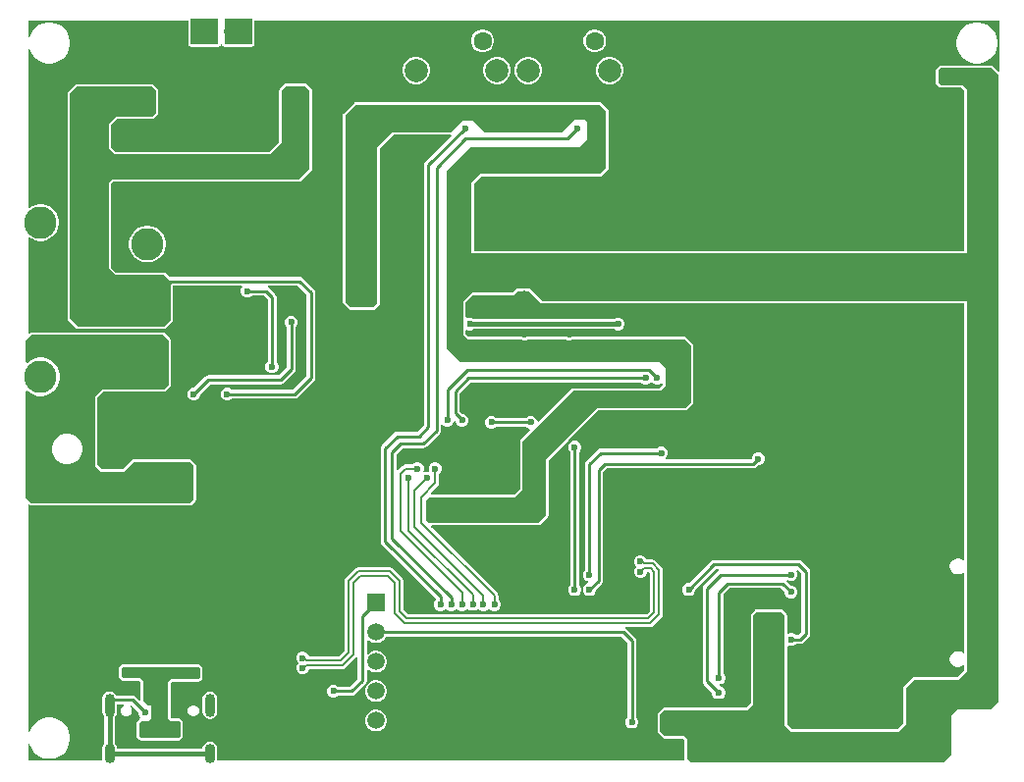
<source format=gbl>
G04*
G04 #@! TF.GenerationSoftware,Altium Limited,Altium Designer,23.1.1 (15)*
G04*
G04 Layer_Physical_Order=2*
G04 Layer_Color=16711680*
%FSLAX25Y25*%
%MOIN*%
G70*
G04*
G04 #@! TF.SameCoordinates,D44E4BA0-DF0F-404E-B2C4-BA9F40E5660F*
G04*
G04*
G04 #@! TF.FilePolarity,Positive*
G04*
G01*
G75*
%ADD15C,0.01000*%
%ADD16C,0.00600*%
%ADD18C,0.00800*%
%ADD135C,0.01500*%
%ADD161O,0.03543X0.06693*%
%ADD162O,0.03543X0.07874*%
%ADD163R,0.05906X0.05906*%
%ADD164C,0.05906*%
%ADD165C,0.07874*%
%ADD166C,0.06299*%
%ADD167R,0.07874X0.07874*%
%ADD168R,0.05906X0.11811*%
%ADD169R,0.11811X0.05906*%
%ADD170C,0.11024*%
%ADD171C,0.02362*%
%ADD172R,0.09275X0.08900*%
%ADD173R,0.10700X0.49600*%
G36*
X332400Y236607D02*
X331938Y236416D01*
X330277Y238077D01*
X330277Y238077D01*
X330012Y238254D01*
X329700Y238316D01*
X329700Y238316D01*
X312500D01*
X312188Y238254D01*
X311923Y238077D01*
X311923Y238077D01*
X311023Y237177D01*
X310846Y236912D01*
X310784Y236600D01*
X310784Y236600D01*
Y232500D01*
X310784Y232500D01*
X310846Y232188D01*
X311023Y231923D01*
X311823Y231123D01*
X312088Y230946D01*
X312400Y230884D01*
X312400Y230884D01*
X316627Y230884D01*
X316627Y230884D01*
X316627Y230884D01*
X316708Y230901D01*
X317492D01*
X317573Y230884D01*
X317573Y230884D01*
X317573Y230884D01*
X319562D01*
X320584Y229862D01*
Y175416D01*
X154016D01*
Y198362D01*
X156338Y200684D01*
X196900D01*
X196900Y200684D01*
X197212Y200746D01*
X197477Y200923D01*
X197477Y200923D01*
X199477Y202923D01*
X199654Y203188D01*
X199716Y203500D01*
X199716Y203500D01*
Y223081D01*
X199716Y223081D01*
X199654Y223393D01*
X199477Y223657D01*
X199477Y223657D01*
X197458Y225677D01*
X197193Y225854D01*
X196881Y225916D01*
X196881Y225916D01*
X113900D01*
X113588Y225854D01*
X113323Y225677D01*
X113323Y225677D01*
X109723Y222077D01*
X109723Y222077D01*
X109546Y221812D01*
X109484Y221500D01*
X109484Y221500D01*
Y158100D01*
X109484Y158100D01*
X109546Y157788D01*
X109723Y157523D01*
X109723Y157523D01*
X111623Y155623D01*
X111888Y155446D01*
X112200Y155384D01*
X112200Y155384D01*
X119900D01*
X119900Y155384D01*
X120212Y155446D01*
X120477Y155623D01*
X120477Y155623D01*
X121777Y156923D01*
X121954Y157188D01*
X122016Y157500D01*
X122016Y157500D01*
Y210162D01*
X126838Y214984D01*
X144559D01*
X144670Y214939D01*
X145537D01*
X145648Y214984D01*
X146098D01*
X146260Y214740D01*
X146319Y214498D01*
X137430Y205609D01*
X137099Y205113D01*
X136982Y204528D01*
Y116153D01*
X134759Y113929D01*
X127959D01*
X127374Y113813D01*
X126877Y113481D01*
X122737Y109341D01*
X122406Y108845D01*
X122289Y108260D01*
Y76670D01*
X122406Y76085D01*
X122737Y75588D01*
X141071Y57255D01*
Y56855D01*
X140751Y56536D01*
X140419Y55734D01*
Y54866D01*
X140751Y54065D01*
X141365Y53451D01*
X142166Y53119D01*
X143034D01*
X143835Y53451D01*
X144123Y53739D01*
X144450Y54063D01*
X144777Y53739D01*
X145064Y53451D01*
X145866Y53119D01*
X146734D01*
X147536Y53451D01*
X147823Y53739D01*
X148150Y54063D01*
X148477Y53739D01*
X148765Y53451D01*
X149566Y53119D01*
X150434D01*
X151235Y53451D01*
X151829Y54045D01*
X152404Y53470D01*
X153205Y53138D01*
X154073D01*
X154875Y53470D01*
X155430Y54025D01*
X156004Y53451D01*
X156805Y53119D01*
X157673D01*
X158475Y53451D01*
X158763Y53739D01*
X159089Y54063D01*
X159416Y53739D01*
X159704Y53451D01*
X160505Y53119D01*
X161373D01*
X162175Y53451D01*
X162788Y54065D01*
X163120Y54866D01*
Y55734D01*
X162788Y56536D01*
X162367Y56957D01*
Y58180D01*
X162367Y58180D01*
X162258Y58727D01*
X161949Y59190D01*
X161949Y59190D01*
X139416Y81722D01*
X139607Y82184D01*
X175900D01*
X175900Y82184D01*
X176212Y82246D01*
X176477Y82423D01*
X176477Y82423D01*
X179077Y85023D01*
X179254Y85288D01*
X179316Y85600D01*
X179316Y85600D01*
Y104362D01*
X185283Y110329D01*
X185336Y110351D01*
X185949Y110965D01*
X185971Y111017D01*
X196238Y121284D01*
X225900D01*
X226212Y121346D01*
X226477Y121523D01*
X226477Y121523D01*
X228177Y123223D01*
X228354Y123488D01*
X228416Y123800D01*
X228416Y123800D01*
Y143200D01*
X228416Y143200D01*
X228354Y143512D01*
X228177Y143777D01*
X228177Y143777D01*
X225977Y145977D01*
X225977Y145977D01*
X225712Y146154D01*
X225400Y146216D01*
X225400Y146216D01*
X187579D01*
X187267Y146154D01*
X186690Y145915D01*
X186147D01*
X185571Y146154D01*
X185259Y146216D01*
X172346D01*
X172034Y146154D01*
X171457Y145915D01*
X170914D01*
X170338Y146154D01*
X170026Y146216D01*
X152238D01*
X151216Y147238D01*
Y148271D01*
X151716Y148606D01*
X152166Y148419D01*
X153034D01*
X153835Y148751D01*
X153900Y148816D01*
X201638D01*
X201703Y148751D01*
X202504Y148419D01*
X203372D01*
X204174Y148751D01*
X204787Y149364D01*
X205119Y150166D01*
Y151034D01*
X204787Y151836D01*
X204174Y152449D01*
X203372Y152781D01*
X202504D01*
X201703Y152449D01*
X201638Y152384D01*
X153900D01*
X153835Y152449D01*
X153034Y152781D01*
X152166D01*
X151716Y152594D01*
X151216Y152929D01*
Y157931D01*
X153669Y160384D01*
X167200D01*
X167200Y160384D01*
X167512Y160446D01*
X167777Y160623D01*
X168938Y161784D01*
X170630D01*
X170884Y161835D01*
X171488D01*
X171741Y161784D01*
X172862D01*
X176923Y157723D01*
X177188Y157546D01*
X177500Y157484D01*
X177500Y157484D01*
X320584D01*
Y70473D01*
X320084Y70266D01*
X319963Y70387D01*
X319345Y70744D01*
X318657Y70928D01*
X317944D01*
X317255Y70744D01*
X316637Y70387D01*
X316133Y69883D01*
X315777Y69266D01*
X315592Y68577D01*
Y67864D01*
X315777Y67175D01*
X316133Y66558D01*
X316637Y66054D01*
X317255Y65697D01*
X317944Y65513D01*
X318657D01*
X319345Y65697D01*
X319963Y66054D01*
X320084Y66175D01*
X320584Y65968D01*
Y38977D01*
X320084Y38770D01*
X319963Y38891D01*
X319345Y39248D01*
X318657Y39432D01*
X317944D01*
X317255Y39248D01*
X316637Y38891D01*
X316133Y38387D01*
X315777Y37770D01*
X315592Y37081D01*
Y36368D01*
X315777Y35679D01*
X316133Y35062D01*
X316637Y34558D01*
X317255Y34201D01*
X317944Y34016D01*
X318657D01*
X319345Y34201D01*
X319963Y34558D01*
X320084Y34679D01*
X320584Y34472D01*
Y32938D01*
X318262Y30616D01*
X303400Y30616D01*
X303400Y30616D01*
X303088Y30554D01*
X302823Y30377D01*
X302823Y30377D01*
X300023Y27577D01*
X299846Y27312D01*
X299784Y27000D01*
X299784Y27000D01*
Y14938D01*
X297762Y12916D01*
X261938D01*
X260316Y14538D01*
Y41094D01*
X260816Y41429D01*
X261280Y41236D01*
X262148D01*
X262949Y41568D01*
X263269Y41888D01*
X264794D01*
X265379Y42004D01*
X265875Y42336D01*
X267716Y44177D01*
X268048Y44673D01*
X268164Y45258D01*
Y66465D01*
X268048Y67051D01*
X267716Y67547D01*
X265281Y69981D01*
X264785Y70313D01*
X264200Y70429D01*
X235558D01*
X234973Y70313D01*
X234477Y69981D01*
X226997Y62502D01*
X226545D01*
X225743Y62169D01*
X225130Y61556D01*
X224798Y60754D01*
Y59887D01*
X225130Y59085D01*
X225743Y58471D01*
X226545Y58139D01*
X227413D01*
X228214Y58471D01*
X228828Y59085D01*
X229160Y59887D01*
Y60339D01*
X236192Y67371D01*
X237203D01*
X237287Y66878D01*
X236791Y66546D01*
X232119Y61874D01*
X231787Y61378D01*
X231671Y60792D01*
Y29212D01*
X231787Y28627D01*
X232119Y28131D01*
X234911Y25339D01*
Y24887D01*
X235243Y24085D01*
X235856Y23471D01*
X236658Y23139D01*
X237526D01*
X238327Y23471D01*
X238941Y24085D01*
X239273Y24887D01*
Y25754D01*
X238941Y26556D01*
X238327Y27169D01*
X237526Y27502D01*
X237420D01*
X237328Y27639D01*
X237514Y28092D01*
X237582Y28159D01*
X238335Y28471D01*
X238949Y29085D01*
X239281Y29887D01*
Y30754D01*
X238949Y31556D01*
X238629Y31876D01*
Y58642D01*
X240850Y60863D01*
X258244D01*
X259533Y59574D01*
Y59122D01*
X259865Y58320D01*
X260478Y57707D01*
X261280Y57375D01*
X262148D01*
X262949Y57707D01*
X263563Y58320D01*
X263895Y59122D01*
Y59990D01*
X263563Y60791D01*
X262949Y61405D01*
X262148Y61737D01*
X261696D01*
X260203Y63230D01*
X260478Y63616D01*
X261280Y63283D01*
X262148D01*
X262949Y63616D01*
X263563Y64229D01*
X263895Y65031D01*
Y65898D01*
X263563Y66700D01*
X263940Y66997D01*
X265105Y65832D01*
Y45892D01*
X264160Y44947D01*
X263269D01*
X262949Y45266D01*
X262148Y45598D01*
X261280D01*
X260816Y45406D01*
X260316Y45740D01*
Y51700D01*
X260254Y52012D01*
X260077Y52277D01*
X260077Y52277D01*
X258977Y53377D01*
X258712Y53554D01*
X258400Y53616D01*
X258400Y53616D01*
X249900D01*
X249588Y53554D01*
X249323Y53377D01*
X249323Y53377D01*
X248323Y52377D01*
X248146Y52112D01*
X248084Y51800D01*
X248084Y51800D01*
Y21738D01*
X246562Y20216D01*
X218700D01*
X218700Y20216D01*
X218388Y20154D01*
X218123Y19977D01*
X218123Y19977D01*
X216623Y18477D01*
X216623Y18477D01*
X216446Y18212D01*
X216384Y17900D01*
X216384Y17900D01*
Y12100D01*
X216384Y12100D01*
X216446Y11788D01*
X216623Y11523D01*
X218123Y10023D01*
X218388Y9846D01*
X218700Y9784D01*
X218700Y9784D01*
X224962D01*
X225484Y9262D01*
Y3000D01*
X225524Y2800D01*
X225325Y2437D01*
X225204Y2300D01*
X67167D01*
X66850Y2686D01*
X66927Y3075D01*
Y6225D01*
X66735Y7189D01*
X66189Y8006D01*
X65372Y8553D01*
X64407Y8745D01*
X63443Y8553D01*
X62625Y8006D01*
X62079Y7189D01*
X61929Y6434D01*
X32830D01*
X32680Y7189D01*
X32136Y8003D01*
Y17163D01*
X32680Y17977D01*
X32872Y18941D01*
Y21321D01*
X34946D01*
X35046Y20821D01*
X34914Y20766D01*
X34374Y20226D01*
X34081Y19520D01*
Y18756D01*
X34374Y18050D01*
X34914Y17510D01*
X35620Y17217D01*
X36384D01*
X37089Y17510D01*
X37630Y18050D01*
X37922Y18756D01*
Y19520D01*
X37630Y20226D01*
X37276Y20579D01*
X37416Y21131D01*
X37535Y21161D01*
X40183Y18513D01*
Y18061D01*
X40515Y17259D01*
X40707Y17067D01*
X40701Y16898D01*
X40583Y16484D01*
X40423Y16377D01*
X40423Y16377D01*
X39723Y15677D01*
X39546Y15412D01*
X39484Y15100D01*
X39484Y15100D01*
Y10600D01*
X39484Y10600D01*
X39546Y10288D01*
X39723Y10023D01*
X39723Y10023D01*
X40423Y9323D01*
X40688Y9146D01*
X41000Y9084D01*
X41000Y9084D01*
X53750D01*
X54062Y9146D01*
X54327Y9323D01*
X54327Y9323D01*
X54877Y9873D01*
X55054Y10138D01*
X55116Y10450D01*
X55116Y10450D01*
Y15250D01*
X55054Y15562D01*
X54877Y15827D01*
X54877Y15827D01*
X54327Y16377D01*
X54062Y16554D01*
X53750Y16616D01*
X53750Y16616D01*
X51438D01*
X51016Y17038D01*
Y28662D01*
X51438Y29084D01*
X60500D01*
X60500Y29084D01*
X60812Y29146D01*
X61077Y29323D01*
X61077Y29323D01*
X61677Y29923D01*
X61854Y30188D01*
X61916Y30500D01*
X61916Y30500D01*
Y33500D01*
X61916Y33500D01*
X61854Y33812D01*
X61677Y34077D01*
X61677Y34077D01*
X61077Y34677D01*
X60812Y34854D01*
X60500Y34916D01*
X60500Y34916D01*
X34800D01*
X34800Y34916D01*
X34488Y34854D01*
X34223Y34677D01*
X34223Y34677D01*
X33723Y34177D01*
X33546Y33912D01*
X33484Y33600D01*
X33484Y33600D01*
Y30900D01*
X33484Y30900D01*
X33546Y30588D01*
X33723Y30323D01*
X34423Y29623D01*
X34688Y29446D01*
X35000Y29384D01*
X35000Y29384D01*
X40262Y29384D01*
X40784Y28862D01*
X40784Y22944D01*
X40284Y22737D01*
X39090Y23931D01*
X38594Y24263D01*
X38009Y24379D01*
X32585D01*
X32134Y25054D01*
X31316Y25600D01*
X30352Y25792D01*
X29388Y25600D01*
X28570Y25054D01*
X28024Y24236D01*
X27832Y23272D01*
Y18941D01*
X28024Y17977D01*
X28568Y17163D01*
Y8003D01*
X28024Y7189D01*
X27832Y6225D01*
Y3075D01*
X27909Y2686D01*
X27592Y2300D01*
X2600D01*
Y7813D01*
X3100Y7863D01*
X3112Y7801D01*
X3640Y6527D01*
X4406Y5381D01*
X5381Y4406D01*
X6527Y3640D01*
X7801Y3112D01*
X9153Y2843D01*
X10532D01*
X11884Y3112D01*
X13158Y3640D01*
X14304Y4406D01*
X15279Y5381D01*
X16045Y6527D01*
X16573Y7801D01*
X16842Y9153D01*
Y10532D01*
X16573Y11884D01*
X16045Y13158D01*
X15279Y14304D01*
X14304Y15279D01*
X13158Y16045D01*
X11884Y16573D01*
X10532Y16842D01*
X9153D01*
X7801Y16573D01*
X6527Y16045D01*
X5381Y15279D01*
X4406Y14304D01*
X3640Y13158D01*
X3112Y11884D01*
X3100Y11822D01*
X2600Y11872D01*
Y89193D01*
X3062Y89385D01*
X3323Y89123D01*
X3323Y89123D01*
X3588Y88946D01*
X3900Y88884D01*
X3900Y88884D01*
X57500D01*
X57500Y88884D01*
X57812Y88946D01*
X58077Y89123D01*
X58077Y89123D01*
X59377Y90423D01*
X59377Y90423D01*
X59554Y90688D01*
X59616Y91000D01*
X59616Y91000D01*
Y102500D01*
X59554Y102812D01*
X59377Y103077D01*
X59377Y103077D01*
X58077Y104377D01*
X57812Y104554D01*
X57500Y104616D01*
X57500Y104616D01*
X38400D01*
X38400Y104616D01*
X38088Y104554D01*
X37823Y104377D01*
X37823Y104377D01*
X34662Y101216D01*
X27638D01*
X26116Y102738D01*
Y125762D01*
X27938Y127584D01*
X48900D01*
X48900Y127584D01*
X49212Y127646D01*
X49477Y127823D01*
X50877Y129223D01*
X51054Y129488D01*
X51116Y129800D01*
X51116Y129800D01*
Y145000D01*
X51116Y145000D01*
X51054Y145312D01*
X50877Y145577D01*
X50877Y145577D01*
X48977Y147477D01*
X48712Y147654D01*
X48400Y147716D01*
X48400Y147716D01*
X3900D01*
X3900Y147716D01*
X3588Y147654D01*
X3323Y147477D01*
X3323Y147477D01*
X3062Y147215D01*
X2600Y147407D01*
Y179839D01*
X3100Y180063D01*
X3948Y179497D01*
X5078Y179028D01*
X6278Y178790D01*
X7502D01*
X8702Y179028D01*
X9832Y179497D01*
X10850Y180176D01*
X11715Y181042D01*
X12395Y182059D01*
X12863Y183190D01*
X13102Y184390D01*
Y185613D01*
X12863Y186813D01*
X12395Y187944D01*
X11715Y188961D01*
X10850Y189827D01*
X9832Y190506D01*
X8702Y190975D01*
X7502Y191213D01*
X6278D01*
X5078Y190975D01*
X3948Y190506D01*
X3100Y189940D01*
X2600Y190164D01*
Y244034D01*
X3100Y244083D01*
X3112Y244021D01*
X3640Y242748D01*
X4406Y241601D01*
X5381Y240626D01*
X6527Y239860D01*
X7801Y239333D01*
X9153Y239064D01*
X10532D01*
X11884Y239333D01*
X13158Y239860D01*
X14304Y240626D01*
X15279Y241601D01*
X16045Y242748D01*
X16573Y244021D01*
X16842Y245374D01*
Y246752D01*
X16573Y248105D01*
X16045Y249378D01*
X15279Y250525D01*
X14304Y251500D01*
X13158Y252266D01*
X11884Y252793D01*
X10532Y253062D01*
X9153D01*
X7801Y252793D01*
X6527Y252266D01*
X5381Y251500D01*
X4406Y250525D01*
X3640Y249378D01*
X3112Y248105D01*
X3100Y248043D01*
X2600Y248092D01*
Y253600D01*
X57109D01*
Y245600D01*
X57171Y245288D01*
X57348Y245023D01*
X57612Y244846D01*
X57924Y244784D01*
X67199D01*
X67511Y244846D01*
X67776Y245023D01*
X67953Y245288D01*
X68015Y245600D01*
X68510D01*
X68572Y245288D01*
X68748Y245023D01*
X69013Y244846D01*
X69325Y244784D01*
X78600D01*
X78912Y244846D01*
X79177Y245023D01*
X79354Y245288D01*
X79416Y245600D01*
Y253600D01*
X332400D01*
Y236607D01*
D02*
G37*
G36*
X332100Y235100D02*
Y174600D01*
Y158300D01*
Y22400D01*
X329400Y19700D01*
X318100Y19700D01*
X316100Y17700D01*
Y4200D01*
X313400Y1500D01*
X227800Y1500D01*
X226300Y3000D01*
Y9600D01*
X225300Y10600D01*
X218700D01*
X217200Y12100D01*
Y17900D01*
X218700Y19400D01*
X246900D01*
X248900Y21400D01*
Y51800D01*
X249900Y52800D01*
X258400D01*
X259500Y51700D01*
Y14200D01*
X261600Y12100D01*
X298100D01*
X300600Y14600D01*
Y27000D01*
X303400Y29800D01*
X318600Y29800D01*
X321400Y32600D01*
Y158300D01*
X177500D01*
X173200Y162600D01*
X171741D01*
X171620Y162650D01*
X170752D01*
X170630Y162600D01*
X168600D01*
X167200Y161200D01*
X153331D01*
X150400Y158269D01*
Y146900D01*
X151900Y145400D01*
X170026D01*
X170752Y145099D01*
X171620D01*
X172346Y145400D01*
X185259D01*
X185985Y145099D01*
X186853D01*
X187579Y145400D01*
X225400D01*
X227600Y143200D01*
Y123800D01*
X225900Y122100D01*
X195900D01*
X178500Y104700D01*
Y85600D01*
X175900Y83000D01*
X138600D01*
X137699Y83901D01*
X137699Y88699D01*
Y90538D01*
X138961Y91800D01*
X168100D01*
X170500Y94200D01*
Y110800D01*
X187600Y127900D01*
X217400D01*
X219000Y129500D01*
Y135700D01*
X217014Y137686D01*
X149114Y137687D01*
X144600Y142200D01*
Y202191D01*
X152909Y210500D01*
X189700D01*
X192500Y213300D01*
Y219100D01*
X191600Y220000D01*
X188000Y220000D01*
X183800Y215800D01*
X157600Y215800D01*
X153691Y219709D01*
X150109D01*
X146200Y215800D01*
X126500D01*
X121200Y210500D01*
Y157500D01*
X119900Y156200D01*
X112200D01*
X110300Y158100D01*
Y221500D01*
X113900Y225100D01*
X196881D01*
X198900Y223081D01*
Y203500D01*
X196900Y201500D01*
X156000D01*
X153200Y198700D01*
Y174600D01*
X321400D01*
Y230200D01*
X319900Y231700D01*
X317573D01*
X317534Y231716D01*
X316666D01*
X316627Y231700D01*
X312400Y231700D01*
X311600Y232500D01*
Y236600D01*
X312500Y237500D01*
X329700D01*
X332100Y235100D01*
D02*
G37*
G36*
X214590Y130698D02*
X214965Y130323D01*
X215766Y129991D01*
X216634D01*
X217436Y130323D01*
X217684Y130572D01*
X218184Y130365D01*
Y129838D01*
X217062Y128716D01*
X187600D01*
X187288Y128654D01*
X187023Y128477D01*
X187023Y128477D01*
X175997Y117451D01*
X175506Y117667D01*
X175203Y118398D01*
X174590Y119011D01*
X173788Y119343D01*
X172920D01*
X172119Y119011D01*
X171799Y118692D01*
X161543D01*
X161223Y119011D01*
X160421Y119343D01*
X159554D01*
X158752Y119011D01*
X158138Y118398D01*
X157806Y117596D01*
Y116728D01*
X158138Y115927D01*
X158752Y115313D01*
X159554Y114981D01*
X160421D01*
X161223Y115313D01*
X161543Y115633D01*
X171799D01*
X172119Y115313D01*
X172850Y115010D01*
X173066Y114519D01*
X169923Y111377D01*
X169746Y111112D01*
X169684Y110800D01*
X169684Y110800D01*
Y94538D01*
X167762Y92616D01*
X139618D01*
X139411Y93116D01*
X141831Y95535D01*
X141831Y95535D01*
X142140Y95998D01*
X142249Y96544D01*
X142249Y96545D01*
Y99745D01*
X142670Y100166D01*
X143002Y100968D01*
Y101836D01*
X142670Y102637D01*
X142057Y103251D01*
X141255Y103583D01*
X140387D01*
X139586Y103251D01*
X138972Y102637D01*
X138640Y101836D01*
Y100968D01*
X138709Y100803D01*
X138623Y100642D01*
X138351Y100359D01*
X137604D01*
X137212Y100197D01*
X136830Y100580D01*
X136990Y100968D01*
Y101836D01*
X136658Y102637D01*
X136045Y103251D01*
X135243Y103583D01*
X134375D01*
X133574Y103251D01*
X133152Y102829D01*
X130802D01*
X130256Y102721D01*
X129792Y102411D01*
X129792Y102411D01*
X128229Y100848D01*
X127729Y101055D01*
Y106285D01*
X129884Y108440D01*
X136866D01*
X137452Y108557D01*
X137948Y108888D01*
X142381Y113322D01*
X142713Y113818D01*
X142829Y114403D01*
Y116184D01*
X143329Y116391D01*
X143725Y115996D01*
X144527Y115664D01*
X145395D01*
X146196Y115996D01*
X146810Y116609D01*
X147119Y117356D01*
X147213Y117439D01*
X147642Y117608D01*
X147780Y117517D01*
Y117411D01*
X148112Y116609D01*
X148725Y115996D01*
X149527Y115664D01*
X150395D01*
X151196Y115996D01*
X151810Y116609D01*
X152142Y117411D01*
Y118278D01*
X151810Y119080D01*
X151196Y119694D01*
X150395Y120026D01*
X149943D01*
X149129Y120839D01*
Y127018D01*
X152755Y130643D01*
X210771D01*
X211091Y130323D01*
X211893Y129991D01*
X212760D01*
X213562Y130323D01*
X213936Y130698D01*
X214263Y130886D01*
X214590Y130698D01*
D02*
G37*
G36*
X50300Y145000D02*
Y129800D01*
X48900Y128400D01*
X27600D01*
X25300Y126100D01*
Y102400D01*
X27300Y100400D01*
X35000D01*
X38400Y103800D01*
X57500D01*
X58800Y102500D01*
Y91000D01*
X57500Y89700D01*
X3900D01*
X1900Y91700D01*
Y127767D01*
X2362Y127958D01*
X2739Y127581D01*
X3805Y126869D01*
X4990Y126378D01*
X6248Y126128D01*
X7531D01*
X8789Y126378D01*
X9974Y126869D01*
X11041Y127581D01*
X11948Y128488D01*
X12661Y129555D01*
X13151Y130740D01*
X13402Y131998D01*
Y133281D01*
X13151Y134539D01*
X12661Y135724D01*
X11948Y136790D01*
X11041Y137697D01*
X9974Y138410D01*
X8789Y138901D01*
X7531Y139151D01*
X6248D01*
X4990Y138901D01*
X3805Y138410D01*
X2739Y137697D01*
X2362Y137320D01*
X1900Y137512D01*
Y144900D01*
X3900Y146900D01*
X48400D01*
X50300Y145000D01*
D02*
G37*
G36*
X61100Y33500D02*
Y30500D01*
X60500Y29900D01*
X51100D01*
X50200Y29000D01*
Y16700D01*
X51100Y15800D01*
X53750D01*
X54300Y15250D01*
Y10450D01*
X53750Y9900D01*
X41000D01*
X40300Y10600D01*
Y15100D01*
X41000Y15800D01*
X43700D01*
X44546Y16646D01*
Y21106D01*
X43164Y21106D01*
X41600Y22670D01*
X41600Y29200D01*
X40600Y30200D01*
X35000Y30200D01*
X34300Y30900D01*
Y33600D01*
X34800Y34100D01*
X60500D01*
X61100Y33500D01*
D02*
G37*
%LPC*%
G36*
X157469Y250638D02*
X156455D01*
X155476Y250376D01*
X154598Y249869D01*
X153881Y249152D01*
X153375Y248274D01*
X153112Y247295D01*
Y246282D01*
X153375Y245302D01*
X153881Y244425D01*
X154598Y243708D01*
X155476Y243201D01*
X156455Y242939D01*
X157469D01*
X158448Y243201D01*
X159326Y243708D01*
X160042Y244425D01*
X160549Y245302D01*
X160811Y246282D01*
Y247295D01*
X160549Y248274D01*
X160042Y249152D01*
X159326Y249869D01*
X158448Y250376D01*
X157469Y250638D01*
D02*
G37*
G36*
X195577Y250618D02*
X194563D01*
X193584Y250356D01*
X192706Y249849D01*
X191989Y249132D01*
X191483Y248254D01*
X191220Y247275D01*
Y246262D01*
X191483Y245283D01*
X191989Y244405D01*
X192706Y243688D01*
X193584Y243181D01*
X194563Y242919D01*
X195577D01*
X196556Y243181D01*
X197433Y243688D01*
X198150Y244405D01*
X198657Y245283D01*
X198919Y246262D01*
Y247275D01*
X198657Y248254D01*
X198150Y249132D01*
X197433Y249849D01*
X196556Y250356D01*
X195577Y250618D01*
D02*
G37*
G36*
X325493Y253062D02*
X324114D01*
X322762Y252793D01*
X321488Y252266D01*
X320341Y251500D01*
X319367Y250525D01*
X318601Y249378D01*
X318073Y248105D01*
X317804Y246752D01*
Y245374D01*
X318073Y244021D01*
X318601Y242748D01*
X319367Y241601D01*
X320341Y240626D01*
X321488Y239860D01*
X322762Y239333D01*
X324114Y239064D01*
X325493D01*
X326845Y239333D01*
X328119Y239860D01*
X329265Y240626D01*
X330240Y241601D01*
X331006Y242748D01*
X331533Y244021D01*
X331802Y245374D01*
Y246752D01*
X331533Y248105D01*
X331006Y249378D01*
X330240Y250525D01*
X329265Y251500D01*
X328119Y252266D01*
X326845Y252793D01*
X325493Y253062D01*
D02*
G37*
G36*
X162494Y241386D02*
X161273D01*
X160093Y241070D01*
X159036Y240459D01*
X158173Y239596D01*
X157562Y238539D01*
X157246Y237359D01*
Y236139D01*
X157562Y234959D01*
X158173Y233902D01*
X159036Y233038D01*
X160093Y232428D01*
X161273Y232112D01*
X162494D01*
X163673Y232428D01*
X164730Y233038D01*
X165594Y233902D01*
X166204Y234959D01*
X166520Y236139D01*
Y237359D01*
X166204Y238539D01*
X165594Y239596D01*
X164730Y240459D01*
X163673Y241070D01*
X162494Y241386D01*
D02*
G37*
G36*
X134934D02*
X133714D01*
X132534Y241070D01*
X131477Y240459D01*
X130614Y239596D01*
X130003Y238539D01*
X129687Y237359D01*
Y236139D01*
X130003Y234959D01*
X130614Y233902D01*
X131477Y233038D01*
X132534Y232428D01*
X133714Y232112D01*
X134934D01*
X136114Y232428D01*
X137171Y233038D01*
X138035Y233902D01*
X138645Y234959D01*
X138961Y236139D01*
Y237359D01*
X138645Y238539D01*
X138035Y239596D01*
X137171Y240459D01*
X136114Y241070D01*
X134934Y241386D01*
D02*
G37*
G36*
X200602Y241366D02*
X199381D01*
X198201Y241050D01*
X197144Y240440D01*
X196281Y239576D01*
X195670Y238519D01*
X195354Y237340D01*
Y236119D01*
X195670Y234939D01*
X196281Y233882D01*
X197144Y233019D01*
X198201Y232408D01*
X199381Y232092D01*
X200602D01*
X201781Y232408D01*
X202838Y233019D01*
X203702Y233882D01*
X204312Y234939D01*
X204628Y236119D01*
Y237340D01*
X204312Y238519D01*
X203702Y239576D01*
X202838Y240440D01*
X201781Y241050D01*
X200602Y241366D01*
D02*
G37*
G36*
X173043D02*
X171822D01*
X170642Y241050D01*
X169585Y240440D01*
X168721Y239576D01*
X168111Y238519D01*
X167795Y237340D01*
Y236119D01*
X168111Y234939D01*
X168721Y233882D01*
X169585Y233019D01*
X170642Y232408D01*
X171822Y232092D01*
X173043D01*
X174222Y232408D01*
X175279Y233019D01*
X176143Y233882D01*
X176753Y234939D01*
X177069Y236119D01*
Y237340D01*
X176753Y238519D01*
X176143Y239576D01*
X175279Y240440D01*
X174222Y241050D01*
X173043Y241366D01*
D02*
G37*
G36*
X96800Y232216D02*
X96800Y232216D01*
X90100D01*
X89788Y232154D01*
X89523Y231977D01*
X89523Y231977D01*
X88123Y230577D01*
X87946Y230312D01*
X87884Y230000D01*
X87884Y230000D01*
Y212438D01*
X84462Y209016D01*
X32338D01*
X30916Y210438D01*
Y218262D01*
X32938Y220284D01*
X44900D01*
X45212Y220346D01*
X45477Y220523D01*
X45477Y220523D01*
X46577Y221623D01*
X46577Y221623D01*
X46754Y221888D01*
X46816Y222200D01*
X46816Y222200D01*
Y230100D01*
X46754Y230412D01*
X46577Y230677D01*
X46577Y230677D01*
X45477Y231777D01*
X45212Y231954D01*
X44900Y232016D01*
X44900Y232016D01*
X19200D01*
X18888Y231954D01*
X18623Y231777D01*
X18623Y231777D01*
X16223Y229377D01*
X16046Y229112D01*
X15984Y228800D01*
X15984Y228800D01*
Y152600D01*
X15984Y152600D01*
X16046Y152288D01*
X16223Y152023D01*
X19123Y149123D01*
X19388Y148946D01*
X19700Y148884D01*
X19700Y148884D01*
X48622D01*
X48622Y148884D01*
X48934Y148946D01*
X49199Y149123D01*
X51631Y151556D01*
X51808Y151821D01*
X51870Y152133D01*
X51870Y152133D01*
Y163558D01*
X75120D01*
X75311Y163096D01*
X75251Y163036D01*
X74919Y162234D01*
Y161366D01*
X75251Y160564D01*
X75864Y159951D01*
X76666Y159619D01*
X77534D01*
X78335Y159951D01*
X78655Y160271D01*
X82637D01*
X83971Y158937D01*
Y137619D01*
X83587Y137235D01*
X83255Y136434D01*
Y135566D01*
X83587Y134765D01*
X84201Y134151D01*
X85003Y133819D01*
X85870D01*
X86672Y134151D01*
X87286Y134765D01*
X87617Y135566D01*
Y136434D01*
X87286Y137235D01*
X87029Y137492D01*
Y159571D01*
X86913Y160156D01*
X86581Y160652D01*
X84352Y162881D01*
X84089Y163058D01*
X84240Y163558D01*
X94212D01*
X97071Y160699D01*
Y132834D01*
X92466Y128229D01*
X71795D01*
X71476Y128549D01*
X70674Y128881D01*
X69806D01*
X69005Y128549D01*
X68391Y127936D01*
X68059Y127134D01*
Y126266D01*
X68391Y125464D01*
X69005Y124851D01*
X69806Y124519D01*
X70674D01*
X71476Y124851D01*
X71795Y125171D01*
X93100D01*
X93685Y125287D01*
X94181Y125619D01*
X99681Y131119D01*
X100013Y131615D01*
X100129Y132200D01*
Y161332D01*
X100013Y161917D01*
X99681Y162414D01*
X95926Y166168D01*
X95430Y166500D01*
X94845Y166616D01*
X51055D01*
X50741Y166554D01*
X49419Y167877D01*
X49154Y168054D01*
X48842Y168116D01*
X48842Y168116D01*
X32538D01*
X30916Y169738D01*
Y198162D01*
X31738Y198984D01*
X94800D01*
X94800Y198984D01*
X95112Y199046D01*
X95377Y199223D01*
X95377Y199223D01*
X98777Y202623D01*
X98777Y202623D01*
X98954Y202888D01*
X99016Y203200D01*
X99016Y203200D01*
Y230000D01*
X99016Y230000D01*
X98954Y230312D01*
X98777Y230577D01*
X98777Y230577D01*
X97377Y231977D01*
X97377Y231977D01*
X97112Y232154D01*
X96800Y232216D01*
D02*
G37*
G36*
X43722Y183930D02*
X42498D01*
X41298Y183691D01*
X40168Y183223D01*
X39151Y182543D01*
X38285Y181678D01*
X37606Y180660D01*
X37137Y179530D01*
X36898Y178330D01*
Y177106D01*
X37137Y175906D01*
X37606Y174776D01*
X38285Y173758D01*
X39151Y172893D01*
X40168Y172213D01*
X41298Y171745D01*
X42498Y171506D01*
X43722D01*
X44922Y171745D01*
X46053Y172213D01*
X47070Y172893D01*
X47935Y173758D01*
X48615Y174776D01*
X49083Y175906D01*
X49322Y177106D01*
Y178330D01*
X49083Y179530D01*
X48615Y180660D01*
X47935Y181678D01*
X47070Y182543D01*
X46053Y183223D01*
X44922Y183691D01*
X43722Y183930D01*
D02*
G37*
G36*
X92410Y153339D02*
X91543D01*
X90741Y153007D01*
X90127Y152394D01*
X89796Y151592D01*
Y150724D01*
X90127Y149923D01*
X90447Y149603D01*
Y135872D01*
X87766Y133191D01*
X63861D01*
X63276Y133074D01*
X62780Y132743D01*
X58918Y128881D01*
X58466D01*
X57665Y128549D01*
X57051Y127936D01*
X56719Y127134D01*
Y126266D01*
X57051Y125464D01*
X57665Y124851D01*
X58466Y124519D01*
X59334D01*
X60136Y124851D01*
X60749Y125464D01*
X61081Y126266D01*
Y126718D01*
X64495Y130132D01*
X88400D01*
X88985Y130248D01*
X89481Y130580D01*
X93058Y134157D01*
X93390Y134653D01*
X93506Y135238D01*
Y149603D01*
X93826Y149923D01*
X94158Y150724D01*
Y151592D01*
X93826Y152394D01*
X93212Y153007D01*
X92410Y153339D01*
D02*
G37*
G36*
X218109Y108906D02*
X217241D01*
X216440Y108574D01*
X216120Y108254D01*
X197107D01*
X196521Y108138D01*
X196025Y107806D01*
X192108Y103889D01*
X191776Y103392D01*
X191660Y102807D01*
Y66876D01*
X191340Y66556D01*
X191008Y65754D01*
Y64887D01*
X191340Y64085D01*
X191954Y63471D01*
X192701Y63162D01*
X192783Y63068D01*
X192953Y62639D01*
X192861Y62502D01*
X192755D01*
X191954Y62169D01*
X191340Y61556D01*
X191008Y60754D01*
Y59887D01*
X191340Y59085D01*
X191954Y58471D01*
X192755Y58139D01*
X193623D01*
X194424Y58471D01*
X195038Y59085D01*
X195370Y59887D01*
Y60339D01*
X197381Y62350D01*
X197713Y62846D01*
X197829Y63431D01*
Y100402D01*
X198962Y101534D01*
X248808D01*
X249393Y101651D01*
X249889Y101982D01*
X250482Y102575D01*
X250934D01*
X251735Y102907D01*
X252349Y103521D01*
X252681Y104323D01*
Y105190D01*
X252349Y105992D01*
X251735Y106605D01*
X250934Y106937D01*
X250066D01*
X249265Y106605D01*
X248651Y105992D01*
X248319Y105190D01*
Y104738D01*
X248174Y104593D01*
X219335D01*
X219128Y105093D01*
X219524Y105489D01*
X219856Y106291D01*
Y107159D01*
X219524Y107960D01*
X218911Y108574D01*
X218109Y108906D01*
D02*
G37*
G36*
X188634Y110874D02*
X187766D01*
X186964Y110542D01*
X186351Y109929D01*
X186019Y109127D01*
Y108259D01*
X186351Y107458D01*
X186660Y107149D01*
Y61876D01*
X186340Y61556D01*
X186008Y60754D01*
Y59887D01*
X186340Y59085D01*
X186954Y58471D01*
X187755Y58139D01*
X188623D01*
X189425Y58471D01*
X190038Y59085D01*
X190370Y59887D01*
Y60754D01*
X190038Y61556D01*
X189718Y61876D01*
Y107127D01*
X190049Y107458D01*
X190381Y108259D01*
Y109127D01*
X190049Y109929D01*
X189436Y110542D01*
X188634Y110874D01*
D02*
G37*
G36*
X210930Y72032D02*
X210063D01*
X209261Y71700D01*
X208647Y71086D01*
X208315Y70284D01*
Y69417D01*
X208647Y68615D01*
X209138Y68124D01*
X208696Y67681D01*
X208364Y66880D01*
Y66012D01*
X208696Y65210D01*
X209309Y64597D01*
X210111Y64265D01*
X210979D01*
X211780Y64597D01*
X212394Y65210D01*
X212726Y66012D01*
Y66237D01*
X213501D01*
X213865Y65872D01*
Y53101D01*
X212690Y51925D01*
X131765D01*
X130023Y53668D01*
Y63300D01*
X129922Y63807D01*
X129634Y64237D01*
X126366Y67506D01*
X125936Y67793D01*
X125429Y67894D01*
X114669D01*
X114161Y67793D01*
X113731Y67506D01*
X110463Y64237D01*
X110175Y63807D01*
X110074Y63300D01*
Y39549D01*
X108070Y37544D01*
X97977D01*
X97649Y38335D01*
X97035Y38949D01*
X96234Y39281D01*
X95366D01*
X94564Y38949D01*
X93951Y38335D01*
X93619Y37534D01*
Y36666D01*
X93951Y35864D01*
X94397Y35419D01*
X93951Y34973D01*
X93619Y34172D01*
Y33304D01*
X93951Y32502D01*
X94564Y31889D01*
X95366Y31557D01*
X96234D01*
X97035Y31889D01*
X97649Y32502D01*
X97977Y33293D01*
X109282D01*
X109789Y33394D01*
X110219Y33682D01*
X113937Y37400D01*
X114071Y37600D01*
X114571Y37448D01*
Y30006D01*
X111915Y27350D01*
X107916D01*
X107596Y27670D01*
X106795Y28002D01*
X105927D01*
X105125Y27670D01*
X104512Y27056D01*
X104180Y26254D01*
Y25387D01*
X104512Y24585D01*
X105125Y23971D01*
X105927Y23639D01*
X106795D01*
X107596Y23971D01*
X107916Y24291D01*
X112548D01*
X113133Y24408D01*
X113630Y24739D01*
X117181Y28291D01*
X117513Y28787D01*
X117629Y29372D01*
Y33018D01*
X118129Y33225D01*
X118457Y32897D01*
X119290Y32417D01*
X120219Y32168D01*
X121181D01*
X122110Y32417D01*
X122943Y32897D01*
X123623Y33578D01*
X124104Y34411D01*
X124353Y35340D01*
Y36301D01*
X124104Y37230D01*
X123623Y38063D01*
X122943Y38743D01*
X122110Y39224D01*
X121181Y39473D01*
X120219D01*
X119290Y39224D01*
X118457Y38743D01*
X118129Y38416D01*
X117629Y38623D01*
Y43018D01*
X118129Y43225D01*
X118457Y42897D01*
X119290Y42417D01*
X120219Y42168D01*
X121181D01*
X122110Y42417D01*
X122943Y42897D01*
X123623Y43578D01*
X124035Y44291D01*
X204146D01*
X206171Y42266D01*
Y16876D01*
X205851Y16556D01*
X205519Y15754D01*
Y14887D01*
X205851Y14085D01*
X206465Y13471D01*
X207266Y13139D01*
X208134D01*
X208935Y13471D01*
X209549Y14085D01*
X209881Y14887D01*
Y15754D01*
X209549Y16556D01*
X209229Y16876D01*
Y42900D01*
X209113Y43485D01*
X208781Y43982D01*
X205861Y46902D01*
X205453Y47175D01*
X205505Y47595D01*
X205536Y47675D01*
X213902D01*
X214409Y47775D01*
X214839Y48063D01*
X217728Y50952D01*
X218016Y51382D01*
X218116Y51889D01*
Y67084D01*
X218016Y67591D01*
X217728Y68021D01*
X215650Y70100D01*
X215220Y70387D01*
X214713Y70488D01*
X212593D01*
X212346Y71086D01*
X211732Y71700D01*
X210930Y72032D01*
D02*
G37*
G36*
X121181Y29473D02*
X120219D01*
X119290Y29224D01*
X118457Y28743D01*
X117777Y28063D01*
X117296Y27230D01*
X117047Y26301D01*
Y25340D01*
X117296Y24411D01*
X117777Y23578D01*
X118457Y22897D01*
X119290Y22417D01*
X120219Y22168D01*
X121181D01*
X122110Y22417D01*
X122943Y22897D01*
X123623Y23578D01*
X124104Y24411D01*
X124353Y25340D01*
Y26301D01*
X124104Y27230D01*
X123623Y28063D01*
X122943Y28743D01*
X122110Y29224D01*
X121181Y29473D01*
D02*
G37*
G36*
X59140Y21058D02*
X58376D01*
X57670Y20766D01*
X57129Y20226D01*
X56837Y19520D01*
Y18756D01*
X57129Y18050D01*
X57670Y17510D01*
X58376Y17217D01*
X59140D01*
X59845Y17510D01*
X60386Y18050D01*
X60678Y18756D01*
Y19520D01*
X60386Y20226D01*
X59845Y20766D01*
X59140Y21058D01*
D02*
G37*
G36*
X64407Y25792D02*
X63443Y25600D01*
X62625Y25054D01*
X62079Y24236D01*
X61887Y23272D01*
Y18941D01*
X62079Y17977D01*
X62625Y17159D01*
X63443Y16613D01*
X64407Y16421D01*
X65372Y16613D01*
X66189Y17159D01*
X66735Y17977D01*
X66927Y18941D01*
Y23272D01*
X66735Y24236D01*
X66189Y25054D01*
X65372Y25600D01*
X64407Y25792D01*
D02*
G37*
G36*
X121181Y19473D02*
X120219D01*
X119290Y19224D01*
X118457Y18743D01*
X117777Y18063D01*
X117296Y17230D01*
X117047Y16301D01*
Y15340D01*
X117296Y14411D01*
X117777Y13578D01*
X118457Y12898D01*
X119290Y12417D01*
X120219Y12168D01*
X121181D01*
X122110Y12417D01*
X122943Y12898D01*
X123623Y13578D01*
X124104Y14411D01*
X124353Y15340D01*
Y16301D01*
X124104Y17230D01*
X123623Y18063D01*
X122943Y18743D01*
X122110Y19224D01*
X121181Y19473D01*
D02*
G37*
%LPD*%
G36*
X98200Y230000D02*
Y203200D01*
X94800Y199800D01*
X31400D01*
X30100Y198500D01*
Y169400D01*
X32300Y167200D01*
X32400Y167300D01*
X48842D01*
X51055Y165087D01*
Y152133D01*
X48622Y149700D01*
X19700D01*
X16800Y152600D01*
Y228800D01*
X19200Y231200D01*
X44900D01*
X46000Y230100D01*
Y222200D01*
X44900Y221100D01*
X32600D01*
X30100Y218600D01*
Y210100D01*
X32000Y208200D01*
X84800D01*
X88700Y212100D01*
Y230000D01*
X90100Y231400D01*
X96800D01*
X98200Y230000D01*
D02*
G37*
%LPC*%
G36*
X16576Y113254D02*
X15224D01*
X13918Y112905D01*
X12748Y112229D01*
X11792Y111273D01*
X11116Y110102D01*
X10766Y108796D01*
Y107445D01*
X11116Y106139D01*
X11792Y104968D01*
X12748Y104012D01*
X13918Y103337D01*
X15224Y102987D01*
X16576D01*
X17882Y103337D01*
X19052Y104012D01*
X20008Y104968D01*
X20684Y106139D01*
X21034Y107445D01*
Y108796D01*
X20684Y110102D01*
X20008Y111273D01*
X19052Y112229D01*
X17882Y112905D01*
X16576Y113254D01*
D02*
G37*
%LPD*%
D15*
X248808Y103064D02*
X250500Y104756D01*
X198328Y103064D02*
X248808D01*
X193189Y102807D02*
X197107Y106725D01*
X217675D01*
X196300Y101036D02*
X198328Y103064D01*
X193189Y65320D02*
Y102807D01*
X196300Y63431D02*
Y101036D01*
X237100Y59276D02*
X240216Y62392D01*
X237100Y30321D02*
Y59276D01*
X240216Y62392D02*
X258878D01*
X261714Y59556D01*
X106361Y25820D02*
X112548D01*
X116100Y29372D01*
Y51220D01*
X120700Y55821D01*
X146300Y55300D02*
Y57604D01*
X126200Y77705D02*
X146300Y57604D01*
X126200Y77705D02*
Y106919D01*
X123819Y76670D02*
Y108260D01*
X142600Y55300D02*
Y57889D01*
X123819Y76670D02*
X142600Y57889D01*
X159987Y117162D02*
X173354D01*
X129251Y109970D02*
X136866D01*
X141300Y114403D01*
X126200Y106919D02*
X129251Y109970D01*
X127959Y112400D02*
X135393D01*
X123819Y108260D02*
X127959Y112400D01*
X138512Y115519D02*
Y204528D01*
X135393Y112400D02*
X138512Y115519D01*
X141300Y114403D02*
Y203700D01*
X138512Y204528D02*
X151104Y217120D01*
X141300Y203700D02*
X151100Y213500D01*
X31296Y22850D02*
X38009D01*
X42364Y18494D01*
X30352Y21906D02*
X31296Y22850D01*
X30352Y21106D02*
Y21906D01*
X188189Y60321D02*
Y108693D01*
X144961Y128373D02*
X151610Y135022D01*
X213350D02*
X216200Y132172D01*
X151610Y135022D02*
X213350D01*
X152121Y132172D02*
X212326D01*
X147600Y120205D02*
Y127651D01*
X152121Y132172D01*
X144961Y117845D02*
Y128373D01*
X147600Y120205D02*
X149961Y117845D01*
X185612Y213500D02*
X189212Y217100D01*
X151100Y213500D02*
X185612D01*
X193189Y60321D02*
X196300Y63431D01*
X233200Y29212D02*
X237092Y25321D01*
X233200Y60792D02*
X237872Y65465D01*
X233200Y29212D02*
Y60792D01*
X261714Y43417D02*
X264794D01*
X266635Y45258D01*
Y66465D01*
X264200Y68900D02*
X266635Y66465D01*
X226979Y60321D02*
X235558Y68900D01*
X264200D01*
X207700Y15321D02*
Y42900D01*
X204780Y45821D02*
X207700Y42900D01*
X120700Y45821D02*
X204780D01*
X237872Y65465D02*
X261714D01*
X77100Y161800D02*
X83271D01*
X85500Y136064D02*
Y159571D01*
X83271Y161800D02*
X85500Y159571D01*
X85436Y136000D02*
X85500Y136064D01*
X51055Y165087D02*
X94845D01*
X98600Y132200D02*
Y161332D01*
X94845Y165087D02*
X98600Y161332D01*
X44788Y158820D02*
X51055Y165087D01*
X43110Y158820D02*
X44788D01*
X58900Y126700D02*
X63861Y131661D01*
X88400D02*
X91977Y135238D01*
X63861Y131661D02*
X88400D01*
X91977Y135238D02*
Y151158D01*
X70240Y126700D02*
X93100D01*
X98600Y132200D01*
D16*
X216791Y51889D02*
Y67084D01*
X211883Y67562D02*
X214050D01*
X210496Y69851D02*
X210973D01*
X210875Y66446D02*
Y66554D01*
X214050Y67562D02*
X215191Y66421D01*
X210545Y66446D02*
X210875D01*
Y66554D02*
X211883Y67562D01*
X210973Y69851D02*
X211662Y69162D01*
X214713D01*
X215191Y52552D02*
Y66421D01*
X214713Y69162D02*
X216791Y67084D01*
X128697Y53119D02*
Y63300D01*
X130553Y49000D02*
X213902D01*
X127097Y52456D02*
Y62637D01*
Y52456D02*
X130553Y49000D01*
X131216Y50600D02*
X213239D01*
X128697Y53119D02*
X131216Y50600D01*
X115331Y64969D02*
X124766D01*
X125429Y66569D02*
X128697Y63300D01*
X114669Y66569D02*
X125429D01*
X124766Y64969D02*
X127097Y62637D01*
X95800Y33738D02*
X96152D01*
X97033Y34619D01*
X109282D01*
X113000Y38337D01*
Y62637D01*
X115331Y64969D01*
X213902Y49000D02*
X216791Y51889D01*
X96152Y37100D02*
X97033Y36219D01*
X108619D01*
X111400Y39000D01*
X95800Y37100D02*
X96152D01*
X111400Y39000D02*
Y63300D01*
X114669Y66569D01*
X213239Y50600D02*
X215191Y52552D01*
D18*
X136004Y83116D02*
Y91727D01*
X160939Y55300D02*
Y58180D01*
X136004Y83116D02*
X160939Y58180D01*
X129000Y80164D02*
Y99600D01*
Y80164D02*
X150000Y59164D01*
Y55300D02*
Y59164D01*
X131809Y80391D02*
X153639Y58561D01*
Y55319D02*
Y58561D01*
X131809Y80391D02*
Y98178D01*
X133873Y81574D02*
X157239Y58208D01*
X133873Y81574D02*
Y94013D01*
X157239Y55300D02*
Y58208D01*
X140821Y96544D02*
Y101402D01*
X136004Y91727D02*
X140821Y96544D01*
X133873Y94013D02*
X138038Y98178D01*
X129000Y99600D02*
X130802Y101402D01*
X134809D01*
D135*
X152600Y150600D02*
X202938D01*
X30352Y4650D02*
X64407D01*
X30352D02*
Y21106D01*
D161*
Y4650D02*
D03*
X64407D02*
D03*
D162*
X30352Y21106D02*
D03*
X64407D02*
D03*
D163*
X120700Y55821D02*
D03*
D164*
Y45821D02*
D03*
Y35820D02*
D03*
Y25820D02*
D03*
Y15821D02*
D03*
Y5821D02*
D03*
D165*
X134324Y236749D02*
D03*
X161883D02*
D03*
X172432Y236729D02*
D03*
X199991D02*
D03*
X73262Y249932D02*
D03*
D166*
X156962Y246788D02*
D03*
X139245D02*
D03*
X195070Y246769D02*
D03*
X177353D02*
D03*
D167*
X63262Y249932D02*
D03*
D168*
X31648Y108121D02*
D03*
D169*
X40703Y121113D02*
D03*
Y95128D02*
D03*
D170*
X43110Y177718D02*
D03*
Y158820D02*
D03*
Y139923D02*
D03*
X6890Y132639D02*
D03*
Y185002D02*
D03*
D171*
X234156Y97826D02*
D03*
X217675Y106725D02*
D03*
X250500Y104756D02*
D03*
X253100Y239866D02*
D03*
Y248527D02*
D03*
X226963Y242071D02*
D03*
Y252171D02*
D03*
X235882Y236700D02*
D03*
X244401Y242071D02*
D03*
X244840Y252383D02*
D03*
X222300Y132172D02*
D03*
X210496Y69851D02*
D03*
X210545Y66446D02*
D03*
X182800Y29141D02*
D03*
X251900Y40465D02*
D03*
X27104Y15100D02*
D03*
Y10000D02*
D03*
X215000Y154400D02*
D03*
X255500D02*
D03*
X296000D02*
D03*
Y183900D02*
D03*
X255500D02*
D03*
X215000D02*
D03*
X106361Y25820D02*
D03*
X165186Y123658D02*
D03*
X153639Y55319D02*
D03*
X142600Y55300D02*
D03*
X95800Y33738D02*
D03*
Y37100D02*
D03*
X184100Y112200D02*
D03*
X173354Y117162D02*
D03*
X138961Y87020D02*
D03*
X117600Y88153D02*
D03*
X171186Y147280D02*
D03*
X186419D02*
D03*
X152600Y150600D02*
D03*
X221100Y14245D02*
D03*
X224907Y14220D02*
D03*
X317100Y235535D02*
D03*
X148631Y186900D02*
D03*
X115800Y160300D02*
D03*
Y165000D02*
D03*
Y169700D02*
D03*
Y174400D02*
D03*
X186419Y164406D02*
D03*
X74000Y147600D02*
D03*
X80600D02*
D03*
X115800Y205632D02*
D03*
X290285Y213882D02*
D03*
X267200Y239866D02*
D03*
Y248527D02*
D03*
X45472Y52200D02*
D03*
X58600Y36502D02*
D03*
X36159Y37760D02*
D03*
X163972Y41500D02*
D03*
Y29141D02*
D03*
X182800Y41500D02*
D03*
X194800Y4321D02*
D03*
X221100D02*
D03*
X288300Y15350D02*
D03*
X171186Y160469D02*
D03*
X184100Y106693D02*
D03*
X188200Y125036D02*
D03*
X159162Y143600D02*
D03*
X95400Y228700D02*
D03*
Y225157D02*
D03*
X42300D02*
D03*
Y228700D02*
D03*
X48501Y72766D02*
D03*
X42364Y18494D02*
D03*
X85400Y231400D02*
D03*
X80857Y210418D02*
D03*
X42300Y214843D02*
D03*
Y218387D02*
D03*
X68262Y241400D02*
D03*
Y237218D02*
D03*
Y233036D02*
D03*
X64500Y215061D02*
D03*
X72024D02*
D03*
Y222500D02*
D03*
X64500D02*
D03*
X68262Y218780D02*
D03*
X317100Y229535D02*
D03*
X188200Y108693D02*
D03*
X188189Y60321D02*
D03*
X216200Y132172D02*
D03*
X212326D02*
D03*
X138038Y98178D02*
D03*
X155919Y87020D02*
D03*
X134809Y101402D02*
D03*
X131809Y98178D02*
D03*
X140821Y101402D02*
D03*
X146300Y55300D02*
D03*
X151104Y217120D02*
D03*
X189212Y217100D02*
D03*
X115800Y197732D02*
D03*
X144961Y117845D02*
D03*
X149961D02*
D03*
X52659Y12800D02*
D03*
X42364D02*
D03*
X36159Y31769D02*
D03*
X193189Y60321D02*
D03*
Y65320D02*
D03*
X160939Y55300D02*
D03*
X157239D02*
D03*
X150000D02*
D03*
X183212Y217100D02*
D03*
X145104Y217120D02*
D03*
X29300Y239466D02*
D03*
Y247566D02*
D03*
X40900Y239466D02*
D03*
Y247566D02*
D03*
X96800Y239466D02*
D03*
Y247566D02*
D03*
X108400Y239466D02*
D03*
Y247566D02*
D03*
X38900Y57766D02*
D03*
Y72766D02*
D03*
X57300Y121520D02*
D03*
Y113420D02*
D03*
X68900Y121520D02*
D03*
Y113420D02*
D03*
X117600Y96253D02*
D03*
X106000D02*
D03*
Y88153D02*
D03*
X62800Y79650D02*
D03*
Y71550D02*
D03*
X74400Y79650D02*
D03*
Y71550D02*
D03*
X20500Y77400D02*
D03*
Y69300D02*
D03*
X8900D02*
D03*
Y77400D02*
D03*
X261738Y46903D02*
D03*
X226979Y60321D02*
D03*
X261714Y43417D02*
D03*
X202938Y150600D02*
D03*
X159987Y117162D02*
D03*
X153070Y126367D02*
D03*
X207700Y15321D02*
D03*
X69407Y27477D02*
D03*
X60459D02*
D03*
X30352D02*
D03*
X58600Y31769D02*
D03*
X33600Y10000D02*
D03*
Y15100D02*
D03*
X34300Y27477D02*
D03*
X251900Y23400D02*
D03*
X261714Y56094D02*
D03*
X237092Y25321D02*
D03*
X237100Y30321D02*
D03*
X241700Y54131D02*
D03*
X265528Y72200D02*
D03*
X261714Y32300D02*
D03*
X255300Y49000D02*
D03*
X261714Y59556D02*
D03*
Y65465D02*
D03*
X85436Y136000D02*
D03*
X77100Y161800D02*
D03*
X58900Y126700D02*
D03*
X70240D02*
D03*
X55250Y136021D02*
D03*
X91977Y151158D02*
D03*
X55250Y143820D02*
D03*
X61300D02*
D03*
X55250Y178718D02*
D03*
X61300D02*
D03*
X80600Y151741D02*
D03*
Y155883D02*
D03*
X61300Y173821D02*
D03*
X55250D02*
D03*
X52500Y96700D02*
D03*
X56600D02*
D03*
X52500Y100200D02*
D03*
X56600D02*
D03*
D172*
X62562Y250050D02*
D03*
X73963D02*
D03*
D173*
X326750Y172400D02*
D03*
M02*

</source>
